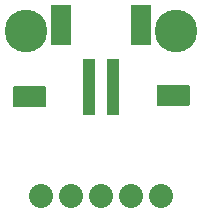
<source format=gbr>
G04 EAGLE Gerber RS-274X export*
G75*
%MOMM*%
%FSLAX34Y34*%
%LPD*%
%INSoldermask Bottom*%
%IPPOS*%
%AMOC8*
5,1,8,0,0,1.08239X$1,22.5*%
G01*
%ADD10C,2.032000*%
%ADD11C,3.617600*%
%ADD12R,1.101600X4.701600*%
%ADD13R,1.701600X3.501600*%

G36*
X162678Y101616D02*
X162678Y101616D01*
X162797Y101623D01*
X162835Y101636D01*
X162876Y101641D01*
X162986Y101684D01*
X163099Y101721D01*
X163134Y101743D01*
X163171Y101758D01*
X163267Y101828D01*
X163368Y101891D01*
X163396Y101921D01*
X163429Y101944D01*
X163505Y102036D01*
X163586Y102123D01*
X163606Y102158D01*
X163631Y102189D01*
X163682Y102297D01*
X163740Y102401D01*
X163750Y102441D01*
X163767Y102477D01*
X163789Y102594D01*
X163819Y102709D01*
X163823Y102770D01*
X163827Y102790D01*
X163825Y102810D01*
X163829Y102870D01*
X163829Y118110D01*
X163814Y118228D01*
X163807Y118347D01*
X163794Y118385D01*
X163789Y118426D01*
X163746Y118536D01*
X163709Y118649D01*
X163687Y118684D01*
X163672Y118721D01*
X163603Y118817D01*
X163539Y118918D01*
X163509Y118946D01*
X163486Y118979D01*
X163394Y119055D01*
X163307Y119136D01*
X163272Y119156D01*
X163241Y119181D01*
X163133Y119232D01*
X163029Y119290D01*
X162989Y119300D01*
X162953Y119317D01*
X162836Y119339D01*
X162721Y119369D01*
X162661Y119373D01*
X162641Y119377D01*
X162620Y119375D01*
X162560Y119379D01*
X137160Y119379D01*
X137042Y119364D01*
X136923Y119357D01*
X136885Y119344D01*
X136844Y119339D01*
X136734Y119296D01*
X136621Y119259D01*
X136586Y119237D01*
X136549Y119222D01*
X136453Y119153D01*
X136352Y119089D01*
X136324Y119059D01*
X136291Y119036D01*
X136216Y118944D01*
X136134Y118857D01*
X136114Y118822D01*
X136089Y118791D01*
X136038Y118683D01*
X135980Y118579D01*
X135970Y118539D01*
X135953Y118503D01*
X135931Y118386D01*
X135901Y118271D01*
X135897Y118211D01*
X135893Y118191D01*
X135894Y118184D01*
X135893Y118182D01*
X135894Y118166D01*
X135891Y118110D01*
X135891Y102870D01*
X135906Y102752D01*
X135913Y102633D01*
X135926Y102595D01*
X135931Y102554D01*
X135974Y102444D01*
X136011Y102331D01*
X136033Y102296D01*
X136048Y102259D01*
X136118Y102163D01*
X136181Y102062D01*
X136211Y102034D01*
X136234Y102001D01*
X136326Y101926D01*
X136413Y101844D01*
X136448Y101824D01*
X136479Y101799D01*
X136587Y101748D01*
X136691Y101690D01*
X136731Y101680D01*
X136767Y101663D01*
X136884Y101641D01*
X136999Y101611D01*
X137060Y101607D01*
X137080Y101603D01*
X137100Y101605D01*
X137160Y101601D01*
X162560Y101601D01*
X162678Y101616D01*
G37*
G36*
X40758Y100346D02*
X40758Y100346D01*
X40877Y100353D01*
X40915Y100366D01*
X40956Y100371D01*
X41066Y100414D01*
X41179Y100451D01*
X41214Y100473D01*
X41251Y100488D01*
X41347Y100558D01*
X41448Y100621D01*
X41476Y100651D01*
X41509Y100674D01*
X41585Y100766D01*
X41666Y100853D01*
X41686Y100888D01*
X41711Y100919D01*
X41762Y101027D01*
X41820Y101131D01*
X41830Y101171D01*
X41847Y101207D01*
X41869Y101324D01*
X41899Y101439D01*
X41903Y101500D01*
X41907Y101520D01*
X41905Y101540D01*
X41909Y101600D01*
X41909Y116840D01*
X41894Y116958D01*
X41887Y117077D01*
X41874Y117115D01*
X41869Y117156D01*
X41826Y117266D01*
X41789Y117379D01*
X41767Y117414D01*
X41752Y117451D01*
X41683Y117547D01*
X41619Y117648D01*
X41589Y117676D01*
X41566Y117709D01*
X41474Y117785D01*
X41387Y117866D01*
X41352Y117886D01*
X41321Y117911D01*
X41213Y117962D01*
X41109Y118020D01*
X41069Y118030D01*
X41033Y118047D01*
X40916Y118069D01*
X40801Y118099D01*
X40741Y118103D01*
X40721Y118107D01*
X40700Y118105D01*
X40640Y118109D01*
X15240Y118109D01*
X15122Y118094D01*
X15003Y118087D01*
X14965Y118074D01*
X14924Y118069D01*
X14814Y118026D01*
X14701Y117989D01*
X14666Y117967D01*
X14629Y117952D01*
X14533Y117883D01*
X14432Y117819D01*
X14404Y117789D01*
X14371Y117766D01*
X14296Y117674D01*
X14214Y117587D01*
X14194Y117552D01*
X14169Y117521D01*
X14118Y117413D01*
X14060Y117309D01*
X14050Y117269D01*
X14033Y117233D01*
X14011Y117116D01*
X13981Y117001D01*
X13977Y116941D01*
X13973Y116921D01*
X13974Y116914D01*
X13973Y116912D01*
X13974Y116896D01*
X13971Y116840D01*
X13971Y101600D01*
X13986Y101482D01*
X13993Y101363D01*
X14006Y101325D01*
X14011Y101284D01*
X14054Y101174D01*
X14091Y101061D01*
X14113Y101026D01*
X14128Y100989D01*
X14198Y100893D01*
X14261Y100792D01*
X14291Y100764D01*
X14314Y100731D01*
X14406Y100656D01*
X14493Y100574D01*
X14528Y100554D01*
X14559Y100529D01*
X14667Y100478D01*
X14771Y100420D01*
X14811Y100410D01*
X14847Y100393D01*
X14964Y100371D01*
X15079Y100341D01*
X15140Y100337D01*
X15160Y100333D01*
X15180Y100335D01*
X15240Y100331D01*
X40640Y100331D01*
X40758Y100346D01*
G37*
D10*
X38100Y25400D03*
X63500Y25400D03*
X88900Y25400D03*
X114300Y25400D03*
X139700Y25400D03*
D11*
X152400Y165100D03*
X25400Y165100D03*
D12*
X98900Y117940D03*
X78900Y117940D03*
D13*
X122900Y169940D03*
X54900Y169940D03*
M02*

</source>
